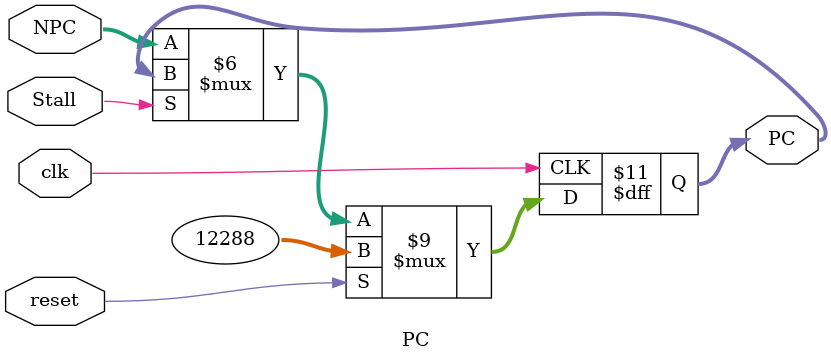
<source format=v>
`timescale 1ns / 1ps
module PC(
    input [31:0] NPC,
    input clk,
    input reset,
    input Stall,
    output reg [31:0] PC
    );
	 initial begin
		PC = 32'h00003000;
	 end
	 always@(posedge clk) begin
		if (reset == 1'b1) begin
			PC <= 32'h00003000;
		end
		else if (Stall == 1'b1) begin
		end
		else begin
			PC <= NPC;
		end
	 end
endmodule

</source>
